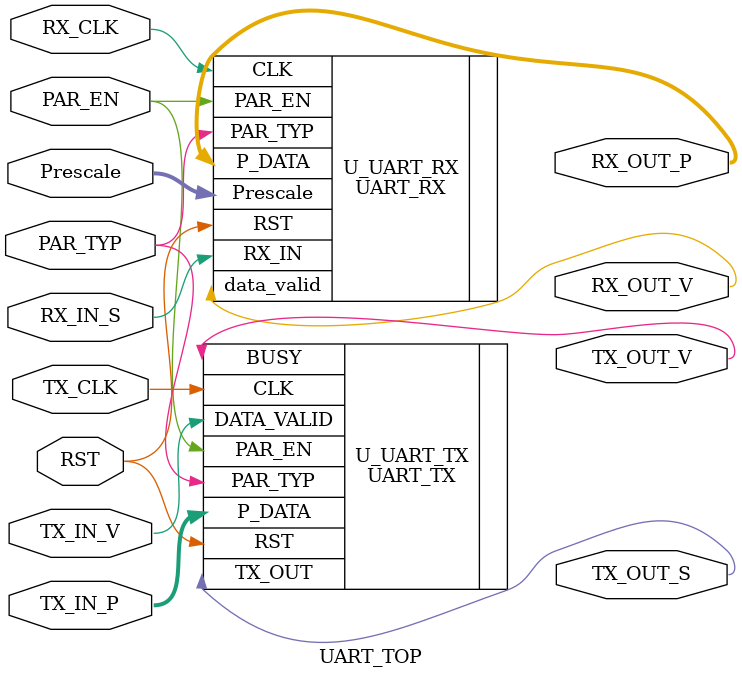
<source format=v>
module UART_TOP # ( parameter DATA_WIDTH = 8 , PRESCALE_WIDTH = 5 )
(
input                               RX_IN_S,
input   [DATA_WIDTH-1:0]            TX_IN_P,
input                               TX_IN_V,
input                               PAR_EN,
input   [PRESCALE_WIDTH-1:0]        Prescale,
input                               PAR_TYP,
input                               TX_CLK,
input                               RX_CLK,
input                               RST,
output                              TX_OUT_S,
output                              TX_OUT_V,
output                              RX_OUT_V,
output  [DATA_WIDTH-1:0]            RX_OUT_P
);


UART_TX U_UART_TX(
.P_DATA(TX_IN_P),
.DATA_VALID(TX_IN_V),
.PAR_EN(PAR_EN),
.PAR_TYP(PAR_TYP),
.CLK(TX_CLK),
.RST(RST),
.TX_OUT(TX_OUT_S),
.BUSY(TX_OUT_V)
);



UART_RX U_UART_RX(
.RX_IN(RX_IN_S),
.Prescale(Prescale),           
.PAR_EN(PAR_EN),
.PAR_TYP(PAR_TYP),
.CLK(RX_CLK),
.RST(RST),
.data_valid(RX_OUT_V),
.P_DATA(RX_OUT_P)
);
    
endmodule
</source>
